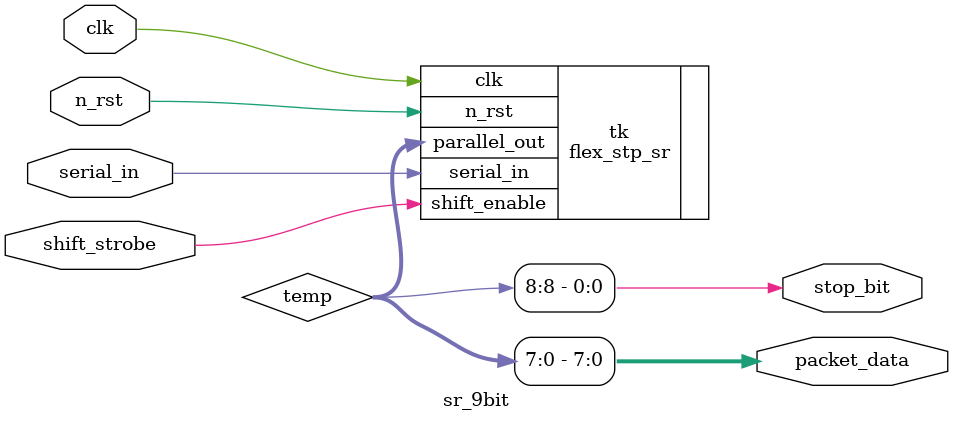
<source format=sv>

module sr_9bit
(
  input wire clk,n_rst,serial_in,shift_strobe,
  output wire [7:0] packet_data,
  output wire stop_bit 
  
);

reg [8:0] temp;

flex_stp_sr
#(
  .NUM_BITS(9),
  .SHIFT_MSB(0)
)
tk
(
  .clk(clk),
  .n_rst(n_rst),
  .shift_enable(shift_strobe),//(shift_enable)
  .serial_in(serial_in),
  .parallel_out(temp)//stop_bit,parallel_out
);

assign packet_data = temp[7:0];
assign stop_bit = temp[8];

endmodule

</source>
